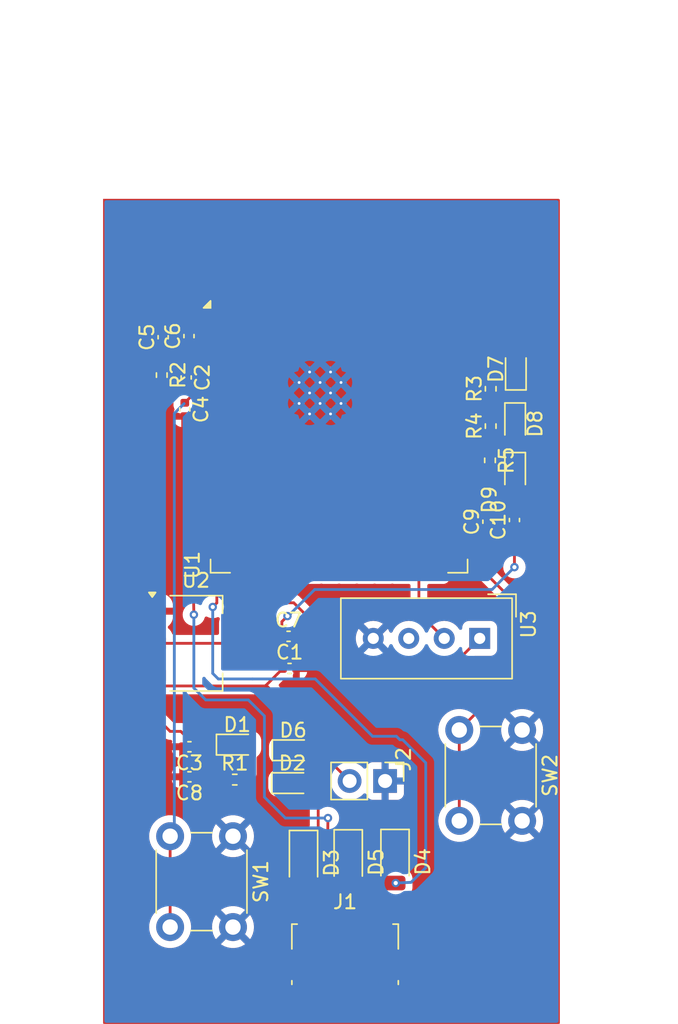
<source format=kicad_pcb>
(kicad_pcb (version 20240108) (generator "pcbnew") (generator_version "8.0")
  (layers (0 "F.Cu" signal) (31 "B.Cu" signal) (34 "B.Paste" user) (35 "F.Paste" user) (36 "B.SilkS" user "B.Silkscreen") (37 "F.SilkS" user "F.Silkscreen") (38 "B.Mask" user) (39 "F.Mask" user) (44 "Edge.Cuts" user))
  (net 0 "")
  (net 1 "V_in_ext")
  (net 2 "Earth")
  (net 3 "EN")
  (net 4 "V_in ")
  (net 5 "GPIO0")
  (net 6 "Net-(D1-A)")
  (net 7 "Net-(D2-A)")
  (net 8 "GPIO20")
  (net 9 "GPIO19")
  (net 10 "Net-(D6-A)")
  (net 11 "Net-(D7-A)")
  (net 12 "Net-(D8-A)")
  (net 13 "Net-(D9-A)")
  (net 21 "Net-(U1-IO42)")
  (net 23 "Net-(U1-IO48)")
  (net 38 "Net-(U1-IO41)")
  (net 47 "Net-(U1-IO40)")
  (footprint "LED_SMD:LED_0603_1608Metric" (layer "F.Cu") (at 140.3 116.7875 -90)
    (property "Reference" "D9" (at 1.8875 1.85 90) (layer "F.SilkS"))
    (property "Value" "LED_1")
    (fp_line (start -1.485 0.735) (end 0.8 0.735) (stroke (width 0.12)) (layer "F.SilkS"))
    (fp_line (start -1.485 -0.735) (end -1.485 0.735) (stroke (width 0.12)) (layer "F.SilkS"))
    (fp_line (start 0.8 -0.735) (end -1.485 -0.735) (stroke (width 0.12)) (layer "F.SilkS"))
    (pad "1" smd roundrect (at -0.7875 0 270) (size 0.875 0.95) (layers "F.Cu" "F.Paste" "F.Mask") (net 2 "Earth"))
    (pad "2" smd roundrect (at 0.7875 0 270) (size 0.875 0.95) (layers "F.Cu" "F.Paste" "F.Mask") (net 13 "Net-(D9-A)"))
  )
  (footprint "Capacitor_SMD:C_0402_1005Metric" (layer "F.Cu") (at 116.65 112.22 -90)
    (property "Reference" "C4" (at 0 -1.16 90) (layer "F.SilkS"))
    (property "Value" "0.1uF")
    (fp_line (start -0.107836 0.36) (end 0.107836 0.36) (stroke (width 0.12)) (layer "F.SilkS"))
    (fp_line (start -0.107836 -0.36) (end 0.107836 -0.36) (stroke (width 0.12)) (layer "F.SilkS"))
    (pad "1" smd roundrect (at -0.48 0 270) (size 0.56 0.62) (layers "F.Cu" "F.Paste" "F.Mask") (net 3 "EN"))
    (pad "2" smd roundrect (at 0.48 0 270) (size 0.56 0.62) (layers "F.Cu" "F.Paste" "F.Mask") (net 2 "Earth"))
  )
  (footprint "Button_Switch_THT:SW_PUSH_6mm_H5mm" (layer "F.Cu") (at 140.8 135.15 -90)
    (property "Reference" "SW2" (at 3.25 -2 90) (layer "F.SilkS"))
    (property "Value" "Boot")
    (fp_line (start 1 5.5) (end 5.5 5.5) (stroke (width 0.12)) (layer "F.SilkS"))
    (fp_line (start 6.75 3) (end 6.75 1.5) (stroke (width 0.12)) (layer "F.SilkS"))
    (fp_line (start -0.25 1.5) (end -0.25 3) (stroke (width 0.12)) (layer "F.SilkS"))
    (fp_line (start 5.5 -1) (end 1 -1) (stroke (width 0.12)) (layer "F.SilkS"))
    (pad "1" thru_hole circle (at 0 0) (size 2 2) (drill 1.1) (layers "*.Cu" "*.Mask") (net 2 "Earth"))
    (pad "1" thru_hole circle (at 6.5 0) (size 2 2) (drill 1.1) (layers "*.Cu" "*.Mask") (net 2 "Earth"))
    (pad "2" thru_hole circle (at 0 4.5) (size 2 2) (drill 1.1) (layers "*.Cu" "*.Mask") (net 5 "GPIO0"))
    (pad "2" thru_hole circle (at 6.5 4.5) (size 2 2) (drill 1.1) (layers "*.Cu" "*.Mask") (net 5 "GPIO0"))
  )
  (footprint "RF_Module:ESP32-S3-WROOM-2" (layer "F.Cu") (at 127.695 110.95)
    (property "Reference" "U1" (at -10.5 13.5 90) (layer "F.SilkS") (effects (justify left)))
    (property "Value" "ESP32-S3-WROOM-1")
    (fp_line (start -9.2 12.95) (end -9.2 12) (stroke (width 0.12)) (layer "F.SilkS"))
    (fp_line (start -7.8 12.95) (end -9.2 12.95) (stroke (width 0.12)) (layer "F.SilkS"))
    (fp_line (start 7.8 12.95) (end 9.2 12.95) (stroke (width 0.12)) (layer "F.SilkS"))
    (fp_line (start 9.2 12.95) (end 9.2 12) (stroke (width 0.12)) (layer "F.SilkS"))
    (fp_poly (pts (xy -9.2 -6) (xy -9.7 -6) (xy -9.2 -6.5) (xy -9.2 -6)) (stroke (width 0.12)) (fill solid) (layer "F.SilkS"))
    (pad "1" smd rect (at -8.75 -5.26) (size 1.5 0.9) (layers "F.Cu" "F.Paste" "F.Mask") (net 2 "Earth"))
    (pad "2" smd rect (at -8.75 -3.99) (size 1.5 0.9) (layers "F.Cu" "F.Paste" "F.Mask") (net 4 "V_in "))
    (pad "3" smd rect (at -8.75 -2.72) (size 1.5 0.9) (layers "F.Cu" "F.Paste" "F.Mask") (net 3 "EN"))
    (pad "4" smd rect (at -8.75 -1.45) (size 1.5 0.9) (layers "F.Cu" "F.Paste" "F.Mask"))
    (pad "5" smd rect (at -8.75 -0.18) (size 1.5 0.9) (layers "F.Cu" "F.Paste" "F.Mask"))
    (pad "6" smd rect (at -8.75 1.09) (size 1.5 0.9) (layers "F.Cu" "F.Paste" "F.Mask"))
    (pad "7" smd rect (at -8.75 2.36) (size 1.5 0.9) (layers "F.Cu" "F.Paste" "F.Mask"))
    (pad "8" smd rect (at -8.75 3.63) (size 1.5 0.9) (layers "F.Cu" "F.Paste" "F.Mask"))
    (pad "9" smd rect (at -8.75 4.9) (size 1.5 0.9) (layers "F.Cu" "F.Paste" "F.Mask"))
    (pad "10" smd rect (at -8.75 6.17) (size 1.5 0.9) (layers "F.Cu" "F.Paste" "F.Mask"))
    (pad "11" smd rect (at -8.75 7.44) (size 1.5 0.9) (layers "F.Cu" "F.Paste" "F.Mask"))
    (pad "12" smd rect (at -8.75 8.71) (size 1.5 0.9) (layers "F.Cu" "F.Paste" "F.Mask"))
    (pad "13" smd rect (at -8.75 9.98) (size 1.5 0.9) (layers "F.Cu" "F.Paste" "F.Mask") (net 9 "GPIO19"))
    (pad "14" smd rect (at -8.75 11.25) (size 1.5 0.9) (layers "F.Cu" "F.Paste" "F.Mask") (net 8 "GPIO20"))
    (pad "15" smd rect (at -6.985 12.5 90) (size 1.5 0.9) (layers "F.Cu" "F.Paste" "F.Mask"))
    (pad "16" smd rect (at -5.715 12.5 90) (size 1.5 0.9) (layers "F.Cu" "F.Paste" "F.Mask"))
    (pad "17" smd rect (at -4.445 12.5 90) (size 1.5 0.9) (layers "F.Cu" "F.Paste" "F.Mask"))
    (pad "18" smd rect (at -3.175 12.5 90) (size 1.5 0.9) (layers "F.Cu" "F.Paste" "F.Mask"))
    (pad "19" smd rect (at -1.905 12.5 90) (size 1.5 0.9) (layers "F.Cu" "F.Paste" "F.Mask"))
    (pad "20" smd rect (at -0.635 12.5 90) (size 1.5 0.9) (layers "F.Cu" "F.Paste" "F.Mask"))
    (pad "21" smd rect (at 0.635 12.5 90) (size 1.5 0.9) (layers "F.Cu" "F.Paste" "F.Mask"))
    (pad "22" smd rect (at 1.905 12.5 90) (size 1.5 0.9) (layers "F.Cu" "F.Paste" "F.Mask"))
    (pad "23" smd rect (at 3.175 12.5 90) (size 1.5 0.9) (layers "F.Cu" "F.Paste" "F.Mask"))
    (pad "24" smd rect (at 4.445 12.5 90) (size 1.5 0.9) (layers "F.Cu" "F.Paste" "F.Mask"))
    (pad "25" smd rect (at 5.715 12.5 90) (size 1.5 0.9) (layers "F.Cu" "F.Paste" "F.Mask") (net 23 "Net-(U1-IO48)"))
    (pad "26" smd rect (at 6.985 12.5 90) (size 1.5 0.9) (layers "F.Cu" "F.Paste" "F.Mask"))
    (pad "27" smd rect (at 8.75 11.25) (size 1.5 0.9) (layers "F.Cu" "F.Paste" "F.Mask") (net 5 "GPIO0"))
    (pad "28" smd rect (at 8.75 9.98) (size 1.5 0.9) (layers "F.Cu" "F.Paste" "F.Mask"))
    (pad "29" smd rect (at 8.75 8.71) (size 1.5 0.9) (layers "F.Cu" "F.Paste" "F.Mask"))
    (pad "30" smd rect (at 8.75 7.44) (size 1.5 0.9) (layers "F.Cu" "F.Paste" "F.Mask"))
    (pad "31" smd rect (at 8.75 6.17) (size 1.5 0.9) (layers "F.Cu" "F.Paste" "F.Mask"))
    (pad "32" smd rect (at 8.75 4.9) (size 1.5 0.9) (layers "F.Cu" "F.Paste" "F.Mask"))
    (pad "33" smd rect (at 8.75 3.63) (size 1.5 0.9) (layers "F.Cu" "F.Paste" "F.Mask") (net 47 "Net-(U1-IO40)"))
    (pad "34" smd rect (at 8.75 2.36) (size 1.5 0.9) (layers "F.Cu" "F.Paste" "F.Mask") (net 38 "Net-(U1-IO41)"))
    (pad "35" smd rect (at 8.75 1.09) (size 1.5 0.9) (layers "F.Cu" "F.Paste" "F.Mask") (net 21 "Net-(U1-IO42)"))
    (pad "36" smd rect (at 8.75 -0.18) (size 1.5 0.9) (layers "F.Cu" "F.Paste" "F.Mask"))
    (pad "37" smd rect (at 8.75 -1.45) (size 1.5 0.9) (layers "F.Cu" "F.Paste" "F.Mask"))
    (pad "38" smd rect (at 8.75 -2.72) (size 1.5 0.9) (layers "F.Cu" "F.Paste" "F.Mask"))
    (pad "39" smd rect (at 8.75 -3.99) (size 1.5 0.9) (layers "F.Cu" "F.Paste" "F.Mask"))
    (pad "40" smd rect (at 8.75 -5.26) (size 1.5 0.9) (layers "F.Cu" "F.Paste" "F.Mask") (net 2 "Earth"))
    (pad "41" smd rect (at -2.86 -1.41) (size 1 1) (layers "F.Cu" "F.Paste" "F.Mask") (net 2 "Earth"))
    (pad "41" thru_hole circle (at -2.86 -0.66) (size 0.6 0.6) (drill 0.2) (layers "*.Cu" "*.Mask") (net 2 "Earth"))
    (pad "41" smd rect (at -2.86 0.09) (size 1 1) (layers "F.Cu" "F.Paste" "F.Mask") (net 2 "Earth"))
    (pad "41" thru_hole circle (at -2.86 0.84) (size 0.6 0.6) (drill 0.2) (layers "*.Cu" "*.Mask") (net 2 "Earth"))
    (pad "41" smd rect (at -2.86 1.59) (size 1 1) (layers "F.Cu" "F.Paste" "F.Mask") (net 2 "Earth"))
    (pad "41" thru_hole circle (at -2.11 -1.41) (size 0.6 0.6) (drill 0.2) (layers "*.Cu" "*.Mask") (net 2 "Earth"))
    (pad "41" thru_hole circle (at -2.11 0.09) (size 0.6 0.6) (drill 0.2) (layers "*.Cu" "*.Mask") (net 2 "Earth"))
    (pad "41" thru_hole circle (at -2.11 1.59) (size 0.6 0.6) (drill 0.2) (layers "*.Cu" "*.Mask") (net 2 "Earth"))
    (pad "41" smd rect (at -1.36 -1.41) (size 1 1) (layers "F.Cu" "F.Paste" "F.Mask") (net 2 "Earth"))
    (pad "41" thru_hole circle (at -1.36 -0.66) (size 0.6 0.6) (drill 0.2) (layers "*.Cu" "*.Mask") (net 2 "Earth"))
    (pad "41" smd rect (at -1.36 0.09) (size 1 1) (layers "F.Cu" "F.Paste" "F.Mask") (net 2 "Earth"))
    (pad "41" thru_hole circle (at -1.36 0.84) (size 0.6 0.6) (drill 0.2) (layers "*.Cu" "*.Mask") (net 2 "Earth"))
    (pad "41" smd rect (at -1.36 1.59) (size 1 1) (layers "F.Cu" "F.Paste" "F.Mask") (net 2 "Earth"))
    (pad "41" thru_hole circle (at -0.61 -1.41) (size 0.6 0.6) (drill 0.2) (layers "*.Cu" "*.Mask") (net 2 "Earth"))
    (pad "41" thru_hole circle (at -0.61 0.09) (size 0.6 0.6) (drill 0.2) (layers "*.Cu" "*.Mask") (net 2 "Earth"))
    (pad "41" thru_hole circle (at -0.61 1.59) (size 0.6 0.6) (drill 0.2) (layers "*.Cu" "*.Mask") (net 2 "Earth"))
    (pad "41" smd rect (at 0.14 -1.41) (size 1 1) (layers "F.Cu" "F.Paste" "F.Mask") (net 2 "Earth"))
    (pad "41" thru_hole circle (at 0.14 -0.66) (size 0.6 0.6) (drill 0.2) (layers "*.Cu" "*.Mask") (net 2 "Earth"))
    (pad "41" smd rect (at 0.14 0.09) (size 1 1) (layers "F.Cu" "F.Paste" "F.Mask") (net 2 "Earth"))
    (pad "41" thru_hole circle (at 0.14 0.84) (size 0.6 0.6) (drill 0.2) (layers "*.Cu" "*.Mask") (net 2 "Earth"))
    (pad "41" smd rect (at 0.14 1.59) (size 1 1) (layers "F.Cu" "F.Paste" "F.Mask") (net 2 "Earth"))
    (zone (net 0) (net_name "") (layer "F.Cu") (connect_pads (clearance 0)) (min_thickness 0.25)
      (keepout (tracks not_allowed) (vias not_allowed) (pads not_allowed) (copperpour not_allowed) (footprints not_allowed))
      (fill (thermal_gap 0.5) (thermal_bridge_width 0.5))
      (polygon (pts (xy 103.695 83.2) (xy 151.695 83.2) (xy 151.695 104.2) (xy 103.695 104.2)))
    )
  )
  (footprint "Connector_USB:USB_Micro-B_Molex_47346-0001" (layer "F.Cu") (at 128.125 150.75)
    (property "Reference" "J1" (at 0 -3.3 180) (layer "F.SilkS"))
    (property "Value" "USB_OTG")
    (fp_line (start -3.81 -1.71) (end -3.43 -1.71) (stroke (width 0.12)) (layer "F.SilkS"))
    (fp_line (start -3.81 0.06) (end -3.81 -1.71) (stroke (width 0.12)) (layer "F.SilkS"))
    (fp_line (start -3.81 2.6) (end -3.81 2.34) (stroke (width 0.12)) (layer "F.SilkS"))
    (fp_line (start 3.81 -1.71) (end 3.43 -1.71) (stroke (width 0.12)) (layer "F.SilkS"))
    (fp_line (start 3.81 -1.71) (end 3.81 0.06) (stroke (width 0.12)) (layer "F.SilkS"))
    (fp_line (start 3.81 2.34) (end 3.81 2.6) (stroke (width 0.12)) (layer "F.SilkS"))
    (pad "1" smd rect (at -1.3 -1.46) (size 0.45 1.38) (layers "F.Cu" "F.Paste" "F.Mask") (net 7 "Net-(D2-A)"))
    (pad "2" smd rect (at -0.65 -1.46) (size 0.45 1.38) (layers "F.Cu" "F.Paste" "F.Mask") (net 9 "GPIO19"))
    (pad "3" smd rect (at 0 -1.46) (size 0.45 1.38) (layers "F.Cu" "F.Paste" "F.Mask") (net 8 "GPIO20"))
    (pad "4" smd rect (at 0.65 -1.46) (size 0.45 1.38) (layers "F.Cu" "F.Paste" "F.Mask"))
    (pad "5" smd rect (at 1.3 -1.46) (size 0.45 1.38) (layers "F.Cu" "F.Paste" "F.Mask") (net 2 "Earth"))
    (pad "6" smd rect (at -3.375 1.2) (size 1.65 1.3) (layers "F.Cu" "F.Paste" "F.Mask"))
    (pad "6" smd rect (at -2.4875 -1.375) (size 1.425 1.55) (layers "F.Cu" "F.Paste" "F.Mask"))
    (pad "6" smd rect (at -1.15 1.2) (size 1.8 1.9) (layers "F.Cu" "F.Paste" "F.Mask"))
    (pad "6" smd rect (at 1.55 1.2) (size 1 1.9) (layers "F.Cu" "F.Paste" "F.Mask"))
    (pad "6" smd rect (at 2.4875 -1.375) (size 1.425 1.55) (layers "F.Cu" "F.Paste" "F.Mask"))
    (pad "6" smd rect (at 3.375 1.2) (size 1.65 1.3) (layers "F.Cu" "F.Paste" "F.Mask"))
  )
  (footprint "Diode_SMD:D_PowerDI-123" (layer "F.Cu") (at 125.15 144.65 -90)
    (property "Reference" "D3" (at 0 -2 90) (layer "F.SilkS"))
    (property "Value" "D_TVS")
    (fp_line (start -2.31 1.01) (end 1 1.01) (stroke (width 0.12)) (layer "F.SilkS"))
    (fp_line (start -2.31 1.01) (end -2.31 -1.01) (stroke (width 0.12)) (layer "F.SilkS"))
    (fp_line (start 1 -1.01) (end -2.31 -1.01) (stroke (width 0.12)) (layer "F.SilkS"))
    (pad "1" smd roundrect (at -0.85 0 90) (size 2.4 1.5) (layers "F.Cu" "F.Paste" "F.Mask") (roundrect_rratio 0.1666666667) (net 2 "Earth"))
    (pad "2" smd roundrect (at 1.525 0 90) (size 1.05 1.5) (layers "F.Cu" "F.Paste" "F.Mask") (roundrect_rratio 0.2380952381) (net 7 "Net-(D2-A)"))
  )
  (footprint "Diode_SMD:D_PowerDI-123" (layer "F.Cu") (at 131.7 144.575 -90)
    (property "Reference" "D4" (at 0 -2 90) (layer "F.SilkS"))
    (property "Value" "D_TVS")
    (fp_line (start -2.31 1.01) (end 1 1.01) (stroke (width 0.12)) (layer "F.SilkS"))
    (fp_line (start -2.31 1.01) (end -2.31 -1.01) (stroke (width 0.12)) (layer "F.SilkS"))
    (fp_line (start 1 -1.01) (end -2.31 -1.01) (stroke (width 0.12)) (layer "F.SilkS"))
    (pad "1" smd roundrect (at -0.85 0 90) (size 2.4 1.5) (layers "F.Cu" "F.Paste" "F.Mask") (roundrect_rratio 0.1666666667) (net 2 "Earth"))
    (pad "2" smd roundrect (at 1.525 0 90) (size 1.05 1.5) (layers "F.Cu" "F.Paste" "F.Mask") (roundrect_rratio 0.2380952381) (net 8 "GPIO20"))
  )
  (footprint "LED_SMD:LED_0603_1608Metric" (layer "F.Cu") (at 140.35 109.3375 90)
    (property "Reference" "D7" (at 0 -1.43 270) (layer "F.SilkS"))
    (property "Value" "LED_3")
    (fp_line (start 0.8 -0.735) (end -1.485 -0.735) (stroke (width 0.12)) (layer "F.SilkS"))
    (fp_line (start -1.485 -0.735) (end -1.485 0.735) (stroke (width 0.12)) (layer "F.SilkS"))
    (fp_line (start -1.485 0.735) (end 0.8 0.735) (stroke (width 0.12)) (layer "F.SilkS"))
    (pad "1" smd roundrect (at -0.7875 0 90) (size 0.875 0.95) (layers "F.Cu" "F.Paste" "F.Mask") (net 2 "Earth"))
    (pad "2" smd roundrect (at 0.7875 0 90) (size 0.875 0.95) (layers "F.Cu" "F.Paste" "F.Mask") (net 11 "Net-(D7-A)"))
  )
  (footprint "Resistor_SMD:R_0402_1005Metric" (layer "F.Cu") (at 138.5 115.86 -90)
    (property "Reference" "R5" (at 0 -1.17 90) (layer "F.SilkS"))
    (property "Value" "220	")
    (fp_line (start -0.153641 0.38) (end 0.153641 0.38) (stroke (width 0.12)) (layer "F.SilkS"))
    (fp_line (start -0.153641 -0.38) (end 0.153641 -0.38) (stroke (width 0.12)) (layer "F.SilkS"))
    (pad "1" smd roundrect (at -0.51 0 270) (size 0.54 0.64) (layers "F.Cu" "F.Paste" "F.Mask") (net 47 "Net-(U1-IO40)"))
    (pad "2" smd roundrect (at 0.51 0 270) (size 0.54 0.64) (layers "F.Cu" "F.Paste" "F.Mask") (net 13 "Net-(D9-A)"))
  )
  (footprint "Diode_SMD:D_0603_1608Metric" (layer "F.Cu") (at 124.3525 138.95)
    (property "Reference" "D2" (at 0 -1.43 0) (layer "F.SilkS"))
    (property "Value" "D")
    (fp_line (start -1.485 -0.735) (end -1.485 0.735) (stroke (width 0.12)) (layer "F.SilkS"))
    (fp_line (start -1.485 0.735) (end 0.8 0.735) (stroke (width 0.12)) (layer "F.SilkS"))
    (fp_line (start 0.8 -0.735) (end -1.485 -0.735) (stroke (width 0.12)) (layer "F.SilkS"))
    (pad "1" smd roundrect (at -0.7875 0) (size 0.875 0.95) (layers "F.Cu" "F.Paste" "F.Mask") (net 1 "V_in_ext"))
    (pad "2" smd roundrect (at 0.7875 0) (size 0.875 0.95) (layers "F.Cu" "F.Paste" "F.Mask") (net 7 "Net-(D2-A)"))
  )
  (footprint "Capacitor_SMD:C_0402_1005Metric" (layer "F.Cu") (at 138.35 120.25 90)
    (property "Reference" "C9" (at 0 -1.16 270) (layer "F.SilkS"))
    (property "Value" "0.1uF")
    (fp_line (start -0.107836 -0.36) (end 0.107836 -0.36) (stroke (width 0.12)) (layer "F.SilkS"))
    (fp_line (start -0.107836 0.36) (end 0.107836 0.36) (stroke (width 0.12)) (layer "F.SilkS"))
    (pad "1" smd roundrect (at -0.48 0 90) (size 0.56 0.62) (layers "F.Cu" "F.Paste" "F.Mask") (net 5 "GPIO0"))
    (pad "2" smd roundrect (at 0.48 0 90) (size 0.56 0.62) (layers "F.Cu" "F.Paste" "F.Mask") (net 2 "Earth"))
  )
  (footprint "Capacitor_SMD:C_0402_1005Metric" (layer "F.Cu") (at 116.75 109.93 -90)
    (property "Reference" "C2" (at 0 -1.16 90) (layer "F.SilkS"))
    (property "Value" "1uF")
    (fp_line (start -0.107836 0.36) (end 0.107836 0.36) (stroke (width 0.12)) (layer "F.SilkS"))
    (fp_line (start -0.107836 -0.36) (end 0.107836 -0.36) (stroke (width 0.12)) (layer "F.SilkS"))
    (pad "1" smd roundrect (at -0.48 0 270) (size 0.56 0.62) (layers "F.Cu" "F.Paste" "F.Mask") (net 3 "EN"))
    (pad "2" smd roundrect (at 0.48 0 270) (size 0.56 0.62) (layers "F.Cu" "F.Paste" "F.Mask") (net 2 "Earth"))
  )
  (footprint "LED_SMD:LED_0603_1608Metric" (layer "F.Cu") (at 120.4 136.2)
    (property "Reference" "D1" (at 0 -1.43 360) (layer "F.SilkS"))
    (property "Value" "LED")
    (fp_line (start -1.485 -0.735) (end -1.485 0.735) (stroke (width 0.12)) (layer "F.SilkS"))
    (fp_line (start -1.485 0.735) (end 0.8 0.735) (stroke (width 0.12)) (layer "F.SilkS"))
    (fp_line (start 0.8 -0.735) (end -1.485 -0.735) (stroke (width 0.12)) (layer "F.SilkS"))
    (pad "1" smd roundrect (at -0.7875 0) (size 0.875 0.95) (layers "F.Cu" "F.Paste" "F.Mask") (net 2 "Earth"))
    (pad "2" smd roundrect (at 0.7875 0) (size 0.875 0.95) (layers "F.Cu" "F.Paste" "F.Mask") (net 6 "Net-(D1-A)"))
  )
  (footprint "Capacitor_SMD:C_0402_1005Metric" (layer "F.Cu") (at 124.08 128.45)
    (property "Reference" "C7" (at 0 -1.16 0) (layer "F.SilkS"))
    (property "Value" "0.1uF")
    (fp_line (start -0.107836 -0.36) (end 0.107836 -0.36) (stroke (width 0.12)) (layer "F.SilkS"))
    (fp_line (start -0.107836 0.36) (end 0.107836 0.36) (stroke (width 0.12)) (layer "F.SilkS"))
    (pad "1" smd roundrect (at -0.48 0) (size 0.56 0.62) (layers "F.Cu" "F.Paste" "F.Mask") (net 1 "V_in_ext"))
    (pad "2" smd roundrect (at 0.48 0) (size 0.56 0.62) (layers "F.Cu" "F.Paste" "F.Mask") (net 2 "Earth"))
  )
  (footprint "Capacitor_SMD:C_0402_1005Metric" (layer "F.Cu") (at 115.1 107.05 90)
    (property "Reference" "C5" (at 0 -1.16 270) (layer "F.SilkS"))
    (property "Value" "10uF")
    (fp_line (start -0.107836 -0.36) (end 0.107836 -0.36) (stroke (width 0.12)) (layer "F.SilkS"))
    (fp_line (start -0.107836 0.36) (end 0.107836 0.36) (stroke (width 0.12)) (layer "F.SilkS"))
    (pad "1" smd roundrect (at -0.48 0 90) (size 0.56 0.62) (layers "F.Cu" "F.Paste" "F.Mask") (net 4 "V_in "))
    (pad "2" smd roundrect (at 0.48 0 90) (size 0.56 0.62) (layers "F.Cu" "F.Paste" "F.Mask") (net 2 "Earth"))
  )
  (footprint "Resistor_SMD:R_0402_1005Metric" (layer "F.Cu") (at 138.55 113.41 90)
    (property "Reference" "R4" (at 0 -1.17 270) (layer "F.SilkS"))
    (property "Value" "220")
    (fp_line (start -0.153641 -0.38) (end 0.153641 -0.38) (stroke (width 0.12)) (layer "F.SilkS"))
    (fp_line (start -0.153641 0.38) (end 0.153641 0.38) (stroke (width 0.12)) (layer "F.SilkS"))
    (pad "1" smd roundrect (at -0.51 0 90) (size 0.54 0.64) (layers "F.Cu" "F.Paste" "F.Mask") (net 38 "Net-(U1-IO41)"))
    (pad "2" smd roundrect (at 0.51 0 90) (size 0.54 0.64) (layers "F.Cu" "F.Paste" "F.Mask") (net 12 "Net-(D8-A)"))
  )
  (footprint "Diode_SMD:D_PowerDI-123" (layer "F.Cu") (at 128.35 144.6 -90)
    (property "Reference" "D5" (at 0 -2 90) (layer "F.SilkS"))
    (property "Value" "D_TVS")
    (fp_line (start -2.31 1.01) (end 1 1.01) (stroke (width 0.12)) (layer "F.SilkS"))
    (fp_line (start -2.31 1.01) (end -2.31 -1.01) (stroke (width 0.12)) (layer "F.SilkS"))
    (fp_line (start 1 -1.01) (end -2.31 -1.01) (stroke (width 0.12)) (layer "F.SilkS"))
    (pad "1" smd roundrect (at -0.85 0 90) (size 2.4 1.5) (layers "F.Cu" "F.Paste" "F.Mask") (roundrect_rratio 0.1666666667) (net 2 "Earth"))
    (pad "2" smd roundrect (at 1.525 0 90) (size 1.05 1.5) (layers "F.Cu" "F.Paste" "F.Mask") (roundrect_rratio 0.2380952381) (net 9 "GPIO19"))
  )
  (footprint "Resistor_SMD:R_0402_1005Metric" (layer "F.Cu") (at 138.55 110.74 90)
    (property "Reference" "R3" (at 0 -1.17 270) (layer "F.SilkS"))
    (property "Value" "220")
    (fp_line (start -0.153641 -0.38) (end 0.153641 -0.38) (stroke (width 0.12)) (layer "F.SilkS"))
    (fp_line (start -0.153641 0.38) (end 0.153641 0.38) (stroke (width 0.12)) (layer "F.SilkS"))
    (pad "1" smd roundrect (at -0.51 0 90) (size 0.54 0.64) (layers "F.Cu" "F.Paste" "F.Mask") (net 21 "Net-(U1-IO42)"))
    (pad "2" smd roundrect (at 0.51 0 90) (size 0.54 0.64) (layers "F.Cu" "F.Paste" "F.Mask") (net 11 "Net-(D7-A)"))
  )
  (footprint "Resistor_SMD:R_0402_1005Metric" (layer "F.Cu") (at 120.2275 138.7)
    (property "Reference" "R1" (at 0 -1.17 0) (layer "F.SilkS"))
    (property "Value" "1k")
    (fp_line (start -0.153641 -0.38) (end 0.153641 -0.38) (stroke (width 0.12)) (layer "F.SilkS"))
    (fp_line (start -0.153641 0.38) (end 0.153641 0.38) (stroke (width 0.12)) (layer "F.SilkS"))
    (pad "1" smd roundrect (at -0.51 0) (size 0.54 0.64) (layers "F.Cu" "F.Paste" "F.Mask") (net 4 "V_in "))
    (pad "2" smd roundrect (at 0.51 0) (size 0.54 0.64) (layers "F.Cu" "F.Paste" "F.Mask") (net 6 "Net-(D1-A)"))
  )
  (footprint "Capacitor_SMD:C_0402_1005Metric" (layer "F.Cu") (at 116.9825 138.5 180)
    (property "Reference" "C8" (at 0 -1.16 180) (layer "F.SilkS"))
    (property "Value" "0.1uF")
    (fp_line (start -0.107836 0.36) (end 0.107836 0.36) (stroke (width 0.12)) (layer "F.SilkS"))
    (fp_line (start -0.107836 -0.36) (end 0.107836 -0.36) (stroke (width 0.12)) (layer "F.SilkS"))
    (pad "1" smd roundrect (at -0.48 0 180) (size 0.56 0.62) (layers "F.Cu" "F.Paste" "F.Mask") (net 4 "V_in "))
    (pad "2" smd roundrect (at 0.48 0 180) (size 0.56 0.62) (layers "F.Cu" "F.Paste" "F.Mask") (net 2 "Earth"))
  )
  (footprint "Sensor:Aosong_DHT11_5.5x12.0_P2.54mm" (layer "F.Cu") (at 137.7625 128.5975 -90)
    (property "Reference" "U3" (at -1 -3.5 90) (layer "F.SilkS"))
    (property "Value" "DHT11")
    (fp_line (start -2.88 9.94) (end -2.88 -2.31) (stroke (width 0.12)) (layer "F.SilkS"))
    (fp_line (start 2.88 9.94) (end -2.88 9.94) (stroke (width 0.12)) (layer "F.SilkS"))
    (fp_line (start -2.87 -2.32) (end 2.87 -2.32) (stroke (width 0.12)) (layer "F.SilkS"))
    (fp_line (start 2.88 -2.32) (end 2.88 9.94) (stroke (width 0.12)) (layer "F.SilkS"))
    (fp_line (start -3.16 -2.6) (end -3.16 -0.6) (stroke (width 0.12)) (layer "F.SilkS"))
    (fp_line (start -3.16 -2.6) (end -1.55 -2.6) (stroke (width 0.12)) (layer "F.SilkS"))
    (pad "1" thru_hole rect (at 0 0 270) (size 1.5 1.5) (drill 0.8) (layers "*.Cu" "*.Mask") (net 4 "V_in "))
    (pad "2" thru_hole circle (at 0 2.54 270) (size 1.5 1.5) (drill 0.8) (layers "*.Cu" "*.Mask") (net 23 "Net-(U1-IO48)"))
    (pad "3" thru_hole circle (at 0 5.08 270) (size 1.5 1.5) (drill 0.8) (layers "*.Cu" "*.Mask"))
    (pad "4" thru_hole circle (at 0 7.62 270) (size 1.5 1.5) (drill 0.8) (layers "*.Cu" "*.Mask") (net 2 "Earth"))
  )
  (footprint "Capacitor_SMD:C_0402_1005Metric" (layer "F.Cu") (at 140.25 120.13 90)
    (property "Reference" "C10" (at 0 -1.16 270) (layer "F.SilkS"))
    (property "Value" "10uF")
    (fp_line (start -0.107836 -0.36) (end 0.107836 -0.36) (stroke (width 0.12)) (layer "F.SilkS"))
    (fp_line (start -0.107836 0.36) (end 0.107836 0.36) (stroke (width 0.12)) (layer "F.SilkS"))
    (pad "1" smd roundrect (at -0.48 0 90) (size 0.56 0.62) (layers "F.Cu" "F.Paste" "F.Mask") (net 1 "V_in_ext"))
    (pad "2" smd roundrect (at 0.48 0 90) (size 0.56 0.62) (layers "F.Cu" "F.Paste" "F.Mask") (net 2 "Earth"))
  )
  (footprint "Capacitor_SMD:C_0402_1005Metric" (layer "F.Cu") (at 124.15 130.75)
    (property "Reference" "C1" (at 0 -1.16 0) (layer "F.SilkS"))
    (property "Value" "10uF")
    (fp_line (start -0.107836 -0.36) (end 0.107836 -0.36) (stroke (width 0.12)) (layer "F.SilkS"))
    (fp_line (start -0.107836 0.36) (end 0.107836 0.36) (stroke (width 0.12)) (layer "F.SilkS"))
    (pad "1" smd roundrect (at -0.48 0) (size 0.56 0.62) (layers "F.Cu" "F.Paste" "F.Mask") (net 1 "V_in_ext"))
    (pad "2" smd roundrect (at 0.48 0) (size 0.56 0.62) (layers "F.Cu" "F.Paste" "F.Mask") (net 2 "Earth"))
  )
  (footprint "Connector_PinHeader_2.54mm:PinHeader_1x02_P2.54mm_Vertical" (layer "F.Cu") (at 130.99 138.8 -90)
    (property "Reference" "J2" (at -1.55 -1.325 90) (layer "F.SilkS"))
    (property "Value" "Conn_01x02_Pin")
    (fp_line (start -1.33 3.87) (end 1.33 3.87) (stroke (width 0.12)) (layer "F.SilkS"))
    (fp_line (start -1.33 1.27) (end -1.33 3.87) (stroke (width 0.12)) (layer "F.SilkS"))
    (fp_line (start -1.33 1.27) (end 1.33 1.27) (stroke (width 0.12)) (layer "F.SilkS"))
    (fp_line (start 1.33 1.27) (end 1.33 3.87) (stroke (width 0.12)) (layer "F.SilkS"))
    (fp_line (start -1.33 0) (end -1.33 -1.33) (stroke (width 0.12)) (layer "F.SilkS"))
    (fp_line (start -1.33 -1.33) (end 0 -1.33) (stroke (width 0.12)) (layer "F.SilkS"))
    (pad "1" thru_hole rect (at 0 0 270) (size 1.7 1.7) (drill 1) (layers "*.Cu" "*.Mask") (net 2 "Earth"))
    (pad "2" thru_hole oval (at 0 2.54 270) (size 1.7 1.7) (drill 1) (layers "*.Cu" "*.Mask") (net 10 "Net-(D6-A)"))
  )
  (footprint "Button_Switch_THT:SW_PUSH_6mm_H5mm" (layer "F.Cu") (at 120.1 142.75 -90)
    (property "Reference" "SW1" (at 3.25 -2 90) (layer "F.SilkS"))
    (property "Value" "RST")
    (fp_line (start 1 5.5) (end 5.5 5.5) (stroke (width 0.12)) (layer "F.SilkS"))
    (fp_line (start 6.75 3) (end 6.75 1.5) (stroke (width 0.12)) (layer "F.SilkS"))
    (fp_line (start -0.25 1.5) (end -0.25 3) (stroke (width 0.12)) (layer "F.SilkS"))
    (fp_line (start 5.5 -1) (end 1 -1) (stroke (width 0.12)) (layer "F.SilkS"))
    (pad "1" thru_hole circle (at 0 0) (size 2 2) (drill 1.1) (layers "*.Cu" "*.Mask") (net 2 "Earth"))
    (pad "1" thru_hole circle (at 6.5 0) (size 2 2) (drill 1.1) (layers "*.Cu" "*.Mask") (net 2 "Earth"))
    (pad "2" thru_hole circle (at 0 4.5) (size 2 2) (drill 1.1) (layers "*.Cu" "*.Mask") (net 3 "EN"))
    (pad "2" thru_hole circle (at 6.5 4.5) (size 2 2) (drill 1.1) (layers "*.Cu" "*.Mask") (net 3 "EN"))
  )
  (footprint "Resistor_SMD:R_0402_1005Metric" (layer "F.Cu") (at 115 109.76 -90)
    (property "Reference" "R2" (at 0 -1.17 90) (layer "F.SilkS"))
    (property "Value" "10k")
    (fp_line (start -0.153641 0.38) (end 0.153641 0.38) (stroke (width 0.12)) (layer "F.SilkS"))
    (fp_line (start -0.153641 -0.38) (end 0.153641 -0.38) (stroke (width 0.12)) (layer "F.SilkS"))
    (pad "1" smd roundrect (at -0.51 0 270) (size 0.54 0.64) (layers "F.Cu" "F.Paste" "F.Mask") (net 4 "V_in "))
    (pad "2" smd roundrect (at 0.51 0 270) (size 0.54 0.64) (layers "F.Cu" "F.Paste" "F.Mask") (net 3 "EN"))
  )
  (footprint "Diode_SMD:D_0603_1608Metric" (layer "F.Cu") (at 124.4025 136.6)
    (property "Reference" "D6" (at 0 -1.43 0) (layer "F.SilkS"))
    (property "Value" "D")
    (fp_line (start -1.485 -0.735) (end -1.485 0.735) (stroke (width 0.12)) (layer "F.SilkS"))
    (fp_line (start -1.485 0.735) (end 0.8 0.735) (stroke (width 0.12)) (layer "F.SilkS"))
    (fp_line (start 0.8 -0.735) (end -1.485 -0.735) (stroke (width 0.12)) (layer "F.SilkS"))
    (pad "1" smd roundrect (at -0.7875 0) (size 0.875 0.95) (layers "F.Cu" "F.Paste" "F.Mask") (net 1 "V_in_ext"))
    (pad "2" smd roundrect (at 0.7875 0) (size 0.875 0.95) (layers "F.Cu" "F.Paste" "F.Mask") (net 10 "Net-(D6-A)"))
  )
  (footprint "Package_TO_SOT_SMD:SOT-223-3_TabPin2" (layer "F.Cu") (at 117.45 128.95)
    (property "Reference" "U2" (at 0 -4.5 0) (layer "F.SilkS"))
    (property "Value" "AMS1117")
    (fp_line (start -1.85 -3.41) (end 1.91 -3.41) (stroke (width 0.12)) (layer "F.SilkS"))
    (fp_line (start -1.85 3.41) (end 1.91 3.41) (stroke (width 0.12)) (layer "F.SilkS"))
    (fp_line (start 1.91 -3.41) (end 1.91 -2.15) (stroke (width 0.12)) (layer "F.SilkS"))
    (fp_line (start 1.91 3.41) (end 1.91 2.15) (stroke (width 0.12)) (layer "F.SilkS"))
    (fp_poly (pts (xy -3.13 -3.31) (xy -3.37 -3.64) (xy -2.89 -3.64) (xy -3.13 -3.31)) (stroke (width 0.12)) (fill solid) (layer "F.SilkS"))
    (pad "1" smd roundrect (at -3.15 -2.3) (size 2 1.5) (layers "F.Cu" "F.Paste" "F.Mask") (net 2 "Earth"))
    (pad "2" smd roundrect (at -3.15 0) (size 2 1.5) (layers "F.Cu" "F.Paste" "F.Mask") (net 4 "V_in "))
    (pad "2" smd roundrect (at 3.15 0) (size 2 3.8) (layers "F.Cu" "F.Paste" "F.Mask") (net 4 "V_in "))
    (pad "3" smd roundrect (at -3.15 2.3) (size 2 1.5) (layers "F.Cu" "F.Paste" "F.Mask") (net 1 "V_in_ext"))
  )
  (footprint "Capacitor_SMD:C_0402_1005Metric" (layer "F.Cu") (at 116.9825 136.35 180)
    (property "Reference" "C3" (at 0 -1.16 180) (layer "F.SilkS"))
    (property "Value" "10uF")
    (fp_line (start -0.107836 0.36) (end 0.107836 0.36) (stroke (width 0.12)) (layer "F.SilkS"))
    (fp_line (start -0.107836 -0.36) (end 0.107836 -0.36) (stroke (width 0.12)) (layer "F.SilkS"))
    (pad "1" smd roundrect (at -0.48 0 180) (size 0.56 0.62) (layers "F.Cu" "F.Paste" "F.Mask") (net 4 "V_in "))
    (pad "2" smd roundrect (at 0.48 0 180) (size 0.56 0.62) (layers "F.Cu" "F.Paste" "F.Mask") (net 2 "Earth"))
  )
  (footprint "LED_SMD:LED_0603_1608Metric" (layer "F.Cu") (at 140.3 113.2375 -90)
    (property "Reference" "D8" (at 0 -1.43 90) (layer "F.SilkS"))
    (property "Value" "LED_2")
    (fp_line (start -1.485 0.735) (end 0.8 0.735) (stroke (width 0.12)) (layer "F.SilkS"))
    (fp_line (start -1.485 -0.735) (end -1.485 0.735) (stroke (width 0.12)) (layer "F.SilkS"))
    (fp_line (start 0.8 -0.735) (end -1.485 -0.735) (stroke (width 0.12)) (layer "F.SilkS"))
    (pad "1" smd roundrect (at -0.7875 0 270) (size 0.875 0.95) (layers "F.Cu" "F.Paste" "F.Mask") (net 2 "Earth"))
    (pad "2" smd roundrect (at 0.7875 0 270) (size 0.875 0.95) (layers "F.Cu" "F.Paste" "F.Mask") (net 12 "Net-(D8-A)"))
  )
  (footprint "Capacitor_SMD:C_0402_1005Metric" (layer "F.Cu") (at 116.95 106.97 90)
    (property "Reference" "C6" (at 0 -1.16 270) (layer "F.SilkS"))
    (property "Value" "0.1uF")
    (fp_line (start -0.107836 -0.36) (end 0.107836 -0.36) (stroke (width 0.12)) (layer "F.SilkS"))
    (fp_line (start -0.107836 0.36) (end 0.107836 0.36) (stroke (width 0.12)) (layer "F.SilkS"))
    (pad "1" smd roundrect (at -0.48 0 90) (size 0.56 0.62) (layers "F.Cu" "F.Paste" "F.Mask") (net 4 "V_in "))
    (pad "2" smd roundrect (at 0.48 0 90) (size 0.56 0.62) (layers "F.Cu" "F.Paste" "F.Mask") (net 2 "Earth"))
  )
  (gr_rect (start 110.9 97.25) (end 143.4 156.1) (stroke (width 0.2)) (fill none) (layer "F.Cu"))
  (segment (start 123.6 128.45) (end 123.6 127.4) (width 0.2) (layer "F.Cu") (net 1))
  (segment (start 123.6 127.4) (end 124 127) (width 0.2) (layer "F.Cu") (net 1))
  (segment (start 115.05 132) (end 122.42 132) (width 0.2) (layer "F.Cu") (net 1))
  (segment (start 123.615 133.095) (end 122.47 131.95) (width 0.2) (layer "F.Cu") (net 1))
  (segment (start 122.42 132) (end 122.47 131.95) (width 0.2) (layer "F.Cu") (net 1))
  (segment (start 140.25 123.5) (end 140.25 123.45) (width 0.2) (layer "F.Cu") (net 1))
  (segment (start 123.615 136.6) (end 123.615 133.095) (width 0.2) (layer "F.Cu") (net 1))
  (segment (start 140.25 120.61) (end 140.25 123.5) (width 0.2) (layer "F.Cu") (net 1))
  (segment (start 123.6 128.45) (end 123.6 130.68) (width 0.2) (layer "F.Cu") (net 1))
  (segment (start 123.6 130.68) (end 123.67 130.75) (width 0.2) (layer "F.Cu") (net 1))
  (segment (start 123.565 138.95) (end 123.565 136.65) (width 0.2) (layer "F.Cu") (net 1))
  (segment (start 114.3 131.25) (end 115.05 132) (width 0.2) (layer "F.Cu") (net 1))
  (segment (start 123.565 136.65) (end 123.615 136.6) (width 0.2) (layer "F.Cu") (net 1))
  (segment (start 122.47 131.95) (end 123.67 130.75) (width 0.2) (layer "F.Cu") (net 1))
  (via (at 140.25 123.5) (size 0.6) (drill 0.3) (layers "F.Cu" "B.Cu") (net 1))
  (via (at 124 127) (size 0.6) (drill 0.3) (layers "F.Cu" "B.Cu") (net 1))
  (segment (start 124 127.05) (end 124.05 127) (width 0.2) (layer "B.Cu") (net 1))
  (segment (start 124.05 127) (end 124 127) (width 0.2) (layer "B.Cu") (net 1))
  (segment (start 124 127) (end 124 127.05) (width 0.2) (layer "B.Cu") (net 1))
  (segment (start 138.65 125.1) (end 125.95 125.1) (width 0.2) (layer "B.Cu") (net 1))
  (segment (start 125.95 125.1) (end 124.05 127) (width 0.2) (layer "B.Cu") (net 1))
  (segment (start 140.25 123.5) (end 138.65 125.1) (width 0.2) (layer "B.Cu") (net 1))
  (segment (start 115.6 149.25) (end 115.6 142.75) (width 0.2) (layer "F.Cu") (net 3))
  (segment (start 116.72 109.42) (end 116.75 109.45) (width 0.2) (layer "F.Cu") (net 3))
  (segment (start 117.5 110.89) (end 117.5 109.9) (width 0.2) (layer "F.Cu") (net 3))
  (segment (start 117.05 109.45) (end 116.75 109.45) (width 0.2) (layer "F.Cu") (net 3))
  (segment (start 115 110.27) (end 115.93 110.27) (width 0.2) (layer "F.Cu") (net 3))
  (segment (start 118.675 107.96) (end 118.945 108.23) (width 0.2) (layer "F.Cu") (net 3))
  (segment (start 116.65 111.74) (end 117.5 110.89) (width 0.2) (layer "F.Cu") (net 3))
  (segment (start 116.75 109.45) (end 117.97 108.23) (width 0.2) (layer "F.Cu") (net 3))
  (segment (start 117.97 108.23) (end 118.945 108.23) (width 0.2) (layer "F.Cu") (net 3))
  (segment (start 117.5 109.9) (end 117.05 109.45) (width 0.2) (layer "F.Cu") (net 3))
  (segment (start 115.93 110.27) (end 116.75 109.45) (width 0.2) (layer "F.Cu") (net 3))
  (segment (start 115.9 142.45) (end 115.9 112.5) (width 0.2) (layer "B.Cu") (net 3))
  (segment (start 115.9 112.5) (end 116.6 111.8) (width 0.2) (layer "B.Cu") (net 3))
  (segment (start 115.6 142.75) (end 115.9 142.45) (width 0.2) (layer "B.Cu") (net 3))
  (segment (start 116.95 107.45) (end 115.18 107.45) (width 0.2) (layer "F.Cu") (net 4))
  (segment (start 112.65 132.3) (end 112.65 130.6) (width 0.2) (layer "F.Cu") (net 4))
  (segment (start 117.4625 138.5) (end 117.4625 136.35) (width 0.2) (layer "F.Cu") (net 4))
  (segment (start 128.5 130.1) (end 124.45 126.05) (width 0.2) (layer "F.Cu") (net 4))
  (segment (start 117.4625 136.35) (end 116.3625 135.25) (width 0.2) (layer "F.Cu") (net 4))
  (segment (start 118.455 107.45) (end 118.945 106.96) (width 0.2) (layer "F.Cu") (net 4))
  (segment (start 114.3 128.604594) (end 113.504594 128.604594) (width 0.2) (layer "F.Cu") (net 4))
  (segment (start 115.18 107.45) (end 115.1 107.53) (width 0.2) (layer "F.Cu") (net 4))
  (segment (start 124.45 126.05) (end 123.5 126.05) (width 0.2) (layer "F.Cu") (net 4))
  (segment (start 137.7625 128.5975) (end 136.26 130.1) (width 0.2) (layer "F.Cu") (net 4))
  (segment (start 136.26 130.1) (end 128.5 130.1) (width 0.2) (layer "F.Cu") (net 4))
  (segment (start 116.95 107.45) (end 118.455 107.45) (width 0.2) (layer "F.Cu") (net 4))
  (segment (start 113.504594 128.604594) (end 111.7 126.8) (width 0.2) (layer "F.Cu") (net 4))
  (segment (start 116.3625 135.25) (end 115.6 135.25) (width 0.2) (layer "F.Cu") (net 4))
  (segment (start 117.6625 138.7) (end 117.4625 138.5) (width 0.2) (layer "F.Cu") (net 4))
  (segment (start 112.65 130.6) (end 114.3 128.95) (width 0.2) (layer "F.Cu") (net 4))
  (segment (start 119.7175 138.7) (end 117.6625 138.7) (width 0.2) (layer "F.Cu") (net 4))
  (segment (start 115 107.63) (end 115.1 107.53) (width 0.2) (layer "F.Cu") (net 4))
  (segment (start 118.925 106.94) (end 118.945 106.96) (width 0.2) (layer "F.Cu") (net 4))
  (segment (start 115.6 135.25) (end 112.65 132.3) (width 0.2) (layer "F.Cu") (net 4))
  (segment (start 114.3 128.95) (end 120.6 128.95) (width 0.2) (layer "F.Cu") (net 4))
  (segment (start 111.7 126.8) (end 111.7 112.55) (width 0.2) (layer "F.Cu") (net 4))
  (segment (start 123.5 126.05) (end 120.6 128.95) (width 0.2) (layer "F.Cu") (net 4))
  (segment (start 115 109.25) (end 115 107.63) (width 0.2) (layer "F.Cu") (net 4))
  (segment (start 111.7 112.55) (end 115 109.25) (width 0.2) (layer "F.Cu") (net 4))
  (segment (start 136.3 141.65) (end 136.3 135.15) (width 0.2) (layer "F.Cu") (net 5))
  (segment (start 140.05 131.4) (end 140.05 125.805) (width 0.2) (layer "F.Cu") (net 5))
  (segment (start 136.88 122.2) (end 138.35 120.73) (width 0.2) (layer "F.Cu") (net 5))
  (segment (start 140.05 125.805) (end 136.445 122.2) (width 0.2) (layer "F.Cu") (net 5))
  (segment (start 136.3 135.15) (end 140.05 131.4) (width 0.2) (layer "F.Cu") (net 5))
  (segment (start 136.445 122.2) (end 136.88 122.2) (width 0.2) (layer "F.Cu") (net 5))
  (segment (start 121.1875 138.25) (end 120.7375 138.7) (width 0.2) (layer "F.Cu") (net 6))
  (segment (start 121.1875 136.2) (end 121.1875 138.25) (width 0.2) (layer "F.Cu") (net 6))
  (segment (start 126.825 147.85) (end 125.15 146.175) (width 0.2) (layer "F.Cu") (net 7))
  (segment (start 126.825 149.29) (end 126.825 147.85) (width 0.2) (layer "F.Cu") (net 7))
  (segment (start 125.14 138.95) (end 126.2 140.01) (width 0.2) (layer "F.Cu") (net 7))
  (segment (start 126.2 140.01) (end 126.2 145.125) (width 0.2) (layer "F.Cu") (net 7))
  (segment (start 126.2 145.125) (end 125.15 146.175) (width 0.2) (layer "F.Cu") (net 7))
  (segment (start 128.125 149.29) (end 128.125 148.4) (width 0.2) (layer "F.Cu") (net 8))
  (segment (start 128.125 148.4) (end 130.425 146.1) (width 0.2) (layer "F.Cu") (net 8))
  (segment (start 130.425 146.1) (end 131.7 146.1) (width 0.2) (layer "F.Cu") (net 8))
  (segment (start 118.945 126.055) (end 118.65 126.35) (width 0.2) (layer "F.Cu") (net 8))
  (segment (start 118.945 122.2) (end 118.945 126.055) (width 0.2) (layer "F.Cu") (net 8))
  (via (at 118.65 126.35) (size 0.6) (drill 0.3) (layers "F.Cu" "B.Cu") (net 8))
  (via (at 131.75 146.1) (size 0.6) (drill 0.3) (layers "F.Cu" "B.Cu") (net 8))
  (segment (start 130.09 135.6) (end 131.8 135.6) (width 0.2) (layer "B.Cu") (net 8))
  (segment (start 132.85 146.05) (end 131.75 146.1) (width 0.2) (layer "B.Cu") (net 8))
  (segment (start 121.5 131.5) (end 125.99 131.5) (width 0.2) (layer "B.Cu") (net 8))
  (segment (start 131.75 146.1) (end 131.7 146.05) (width 0.2) (layer "B.Cu") (net 8))
  (segment (start 133.8 145.1) (end 132.85 146.05) (width 0.2) (layer "B.Cu") (net 8))
  (segment (start 118.65 131.1) (end 119.05 131.5) (width 0.2) (layer "B.Cu") (net 8))
  (segment (start 118.65 126.35) (end 118.65 131.1) (width 0.2) (layer "B.Cu") (net 8))
  (segment (start 119.05 131.5) (end 121.5 131.5) (width 0.2) (layer "B.Cu") (net 8))
  (segment (start 132.25 135.85) (end 133.9 137.5) (width 0.2) (layer "B.Cu") (net 8))
  (segment (start 133.9 145) (end 133.8 145.1) (width 0.2) (layer "B.Cu") (net 8))
  (segment (start 132.05 135.85) (end 132.25 135.85) (width 0.2) (layer "B.Cu") (net 8))
  (segment (start 131.8 135.6) (end 132.05 135.85) (width 0.2) (layer "B.Cu") (net 8))
  (segment (start 125.99 131.5) (end 130.09 135.6) (width 0.2) (layer "B.Cu") (net 8))
  (segment (start 133.9 137.5) (end 133.9 145) (width 0.2) (layer "B.Cu") (net 8))
  (segment (start 128.35 146.125) (end 126.85 144.625) (width 0.2) (layer "F.Cu") (net 9))
  (segment (start 126.9 141.45) (end 126.85 141.45) (width 0.2) (layer "F.Cu") (net 9))
  (segment (start 126.85 144.625) (end 126.9 141.45) (width 0.2) (layer "F.Cu") (net 9))
  (segment (start 118.945 120.93) (end 117.995 120.93) (width 0.2) (layer "F.Cu") (net 9))
  (segment (start 127.475 149.29) (end 127.475 147) (width 0.2) (layer "F.Cu") (net 9))
  (segment (start 117.2 121.725) (end 117.3 126.9) (width 0.2) (layer "F.Cu") (net 9))
  (segment (start 127.475 147) (end 128.35 146.125) (width 0.2) (layer "F.Cu") (net 9))
  (segment (start 117.3 126.9) (end 117.2 126.9) (width 0.2) (layer "F.Cu") (net 9))
  (segment (start 117.995 120.93) (end 117.2 121.725) (width 0.2) (layer "F.Cu") (net 9))
  (via (at 117.3 126.9) (size 0.6) (drill 0.3) (layers "F.Cu" "B.Cu") (net 9))
  (via (at 126.9 141.45) (size 0.6) (drill 0.3) (layers "F.Cu" "B.Cu") (net 9))
  (segment (start 122.35 134.15) (end 121.2 133) (width 0.2) (layer "B.Cu") (net 9))
  (segment (start 123.85 141.45) (end 122.35 139.95) (width 0.2) (layer "B.Cu") (net 9))
  (segment (start 121.2 133) (end 118.15 133) (width 0.2) (layer "B.Cu") (net 9))
  (segment (start 126.9 141.45) (end 123.85 141.45) (width 0.2) (layer "B.Cu") (net 9))
  (segment (start 122.35 139.95) (end 122.35 134.15) (width 0.2) (layer "B.Cu") (net 9))
  (segment (start 118.15 133) (end 117.3 132.15) (width 0.2) (layer "B.Cu") (net 9))
  (segment (start 117.3 132.15) (end 117.3 126.9) (width 0.2) (layer "B.Cu") (net 9))
  (segment (start 128.45 138.8) (end 126.25 136.6) (width 0.2) (layer "F.Cu") (net 10))
  (segment (start 126.25 136.6) (end 125.19 136.6) (width 0.2) (layer "F.Cu") (net 10))
  (segment (start 138.67 110.23) (end 140.35 108.55) (width 0.2) (layer "F.Cu") (net 11))
  (segment (start 138.55 110.23) (end 138.67 110.23) (width 0.2) (layer "F.Cu") (net 11))
  (segment (start 138.55 112.9) (end 139.175 112.9) (width 0.2) (layer "F.Cu") (net 12))
  (segment (start 139.175 112.9) (end 140.3 114.025) (width 0.2) (layer "F.Cu") (net 12))
  (segment (start 139.095 116.37) (end 140.3 117.575) (width 0.2) (layer "F.Cu") (net 13))
  (segment (start 138.5 116.37) (end 139.095 116.37) (width 0.2) (layer "F.Cu") (net 13))
  (segment (start 138.55 111.25) (end 137.76 112.04) (width 0.2) (layer "F.Cu") (net 21))
  (segment (start 137.76 112.04) (end 136.445 112.04) (width 0.2) (layer "F.Cu") (net 21))
  (segment (start 135.2225 128.5975) (end 133.41 126.785) (width 0.2) (layer "F.Cu") (net 23))
  (segment (start 133.41 126.785) (end 133.41 123.45) (width 0.2) (layer "F.Cu") (net 23))
  (segment (start 137.94 113.31) (end 136.445 113.31) (width 0.2) (layer "F.Cu") (net 38))
  (segment (start 138.55 113.92) (end 137.94 113.31) (width 0.2) (layer "F.Cu") (net 38))
  (segment (start 138.5 115.35) (end 137.73 114.58) (width 0.2) (layer "F.Cu") (net 47))
  (segment (start 137.73 114.58) (end 136.445 114.58) (width 0.2) (layer "F.Cu") (net 47))
  (zone (net 2) (net_name "Earth") (layer "F.Cu") (connect_pads (clearance 0.5)) (min_thickness 0.25) (fill yes (thermal_gap 0.5) (thermal_bridge_width 0.5))
    (polygon (pts (xy 110.9 97.25) (xy 143.4 97.25) (xy 143.4 156.1) (xy 110.9 156.1)))
  )
  (zone (net 2) (net_name "Earth") (layer "B.Cu") (priority 1) (connect_pads (clearance 0.5)) (min_thickness 0.25) (fill yes (thermal_gap 0.5) (thermal_bridge_width 0.5))
    (polygon (pts (xy 110.9 97.25) (xy 143.4 97.25) (xy 143.4 156.1) (xy 110.9 156.1)))
  )
)
</source>
